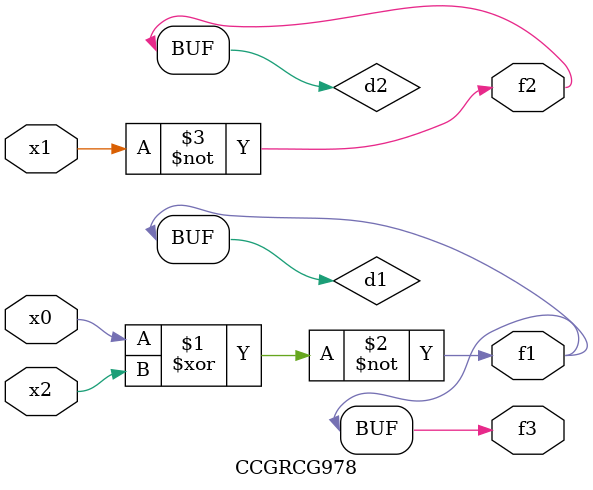
<source format=v>
module CCGRCG978(
	input x0, x1, x2,
	output f1, f2, f3
);

	wire d1, d2, d3;

	xnor (d1, x0, x2);
	nand (d2, x1);
	nor (d3, x1, x2);
	assign f1 = d1;
	assign f2 = d2;
	assign f3 = d1;
endmodule

</source>
